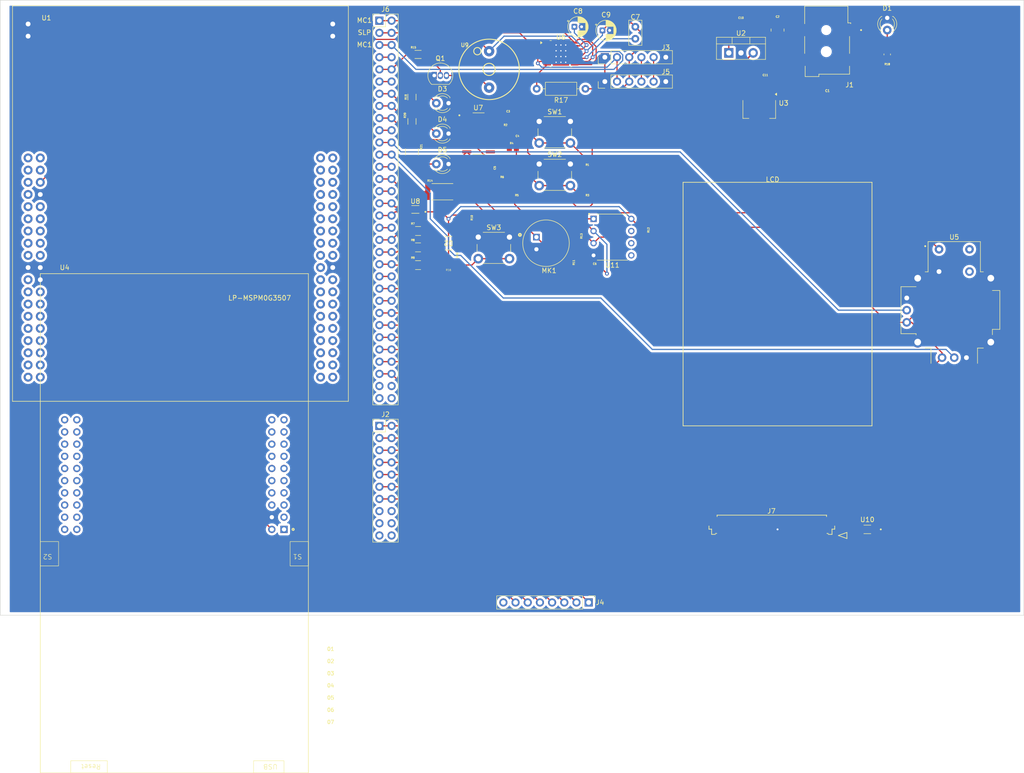
<source format=kicad_pcb>
(kicad_pcb (version 20241229) (generator "pcbnew") (generator_version "9.0")
  (title_block (title "Pedagogical PCB") (date "2025-09-22"))
  (layers (0 "F.Cu" signal) (2 "B.Cu" signal) (13 "F.Paste" user) (15 "B.Paste" user) (5 "F.SilkS" user "F.Silkscreen") (7 "B.SilkS" user "B.Silkscreen") (1 "F.Mask" user) (3 "B.Mask" user) (25 "Edge.Cuts" user))
  (net 0 "")
  (net 1 "MotorControl2")
  (net 2 "MotorControl1")
  (net 3 "Motor_Sleep")
  (net 4 "/Button1 Input")
  (net 5 "+5V")
  (net 6 "/Button2 Input")
  (net 7 "SDO")
  (net 8 "D{slash}CX")
  (net 9 "CSX")
  (net 10 "SDI")
  (net 11 "SCL")
  (net 12 "RESX")
  (net 13 "+12V")
  (net 14 "GNDREF")
  (net 15 "VDD")
  (net 16 "Net-(U11-VINA-)")
  (net 17 "MicOut")
  (net 18 "+3.3V")
  (net 19 "Net-(U11-VINA+)")
  (net 23 "Net-(U1A-~{RST}-PadCN6_3)")
  (net 24 "Net-(U1A-PB9-PadCN10_5)")
  (net 25 "Net-(U1A-PC5-PadCN10_37)")
  (net 27 "Net-(U1B-5V-PadCN6_5)")
  (net 29 "Net-(U1B-AGND-PadCN10_32)")
  (net 30 "Net-(U1A-PC7-PadCN10_19)")
  (net 31 "BuzzerGPIO")
  (net 32 "Net-(Q1-G)")
  (net 33 "Net-(U1A-PB3-PadCN10_31)")
  (net 36 "Net-(U1B-VDD-PadCN7_5)")
  (net 40 "Net-(U1A-PA8-PadCN10_23)")
  (net 48 "Net-(U1B-VIN-PadCN6_8)")
  (net 50 "Net-(U1A-PB5-PadCN10_29)")
  (net 53 "Net-(U1A-PA5-PadCN10_11)")
  (net 55 "Net-(U1A-PB4-PadCN10_27)")
  (net 56 "Net-(U1A-PA1-PadCN7_30)")
  (net 60 "Net-(U1B-5V_USB_CHG-PadCN10_8)")
  (net 61 "Net-(U1A-PB0-PadCN10_17)")
  (net 62 "Net-(U1A-PA9-PadCN10_21)")
  (net 63 "Net-(U1A-PA7-PadCN10_15)")
  (net 64 "Net-(U1A-PC4-PadCN10_35)")
  (net 67 "Net-(U1A-PA10-PadCN10_33)")
  (net 70 "Net-(U1A-PA0-PadCN7_28)")
  (net 75 "Net-(U1A-PB14-PadCN10_25)")
  (net 77 "Net-(U1A-PA4-PadCN7_32)")
  (net 79 "Net-(U1A-PA6-PadCN10_13)")
  (net 82 "Net-(U1A-PB8-PadCN10_3)")
  (net 88 "Net-(U1A-PB1-PadCN7_34)")
  (net 92 "/Tach_Out_2")
  (net 93 "/Motor_Drive_1")
  (net 94 "/Tach_Out_1")
  (net 95 "/_Motor_Fault")
  (net 96 "Net-(Q1-D)")
  (net 97 "Net-(U6-VCP)")
  (net 98 "Net-(U6-VINT)")
  (net 99 "Net-(U7-3A)")
  (net 100 "Net-(U7-2A)")
  (net 101 "Net-(U7-1A)")
  (net 102 "Net-(D1-A)")
  (net 104 "Net-(J2-Pin_10)")
  (net 105 "Net-(J2-Pin_7)")
  (net 106 "Net-(J2-Pin_5)")
  (net 107 "Net-(J2-Pin_13)")
  (net 108 "Net-(J2-Pin_3)")
  (net 111 "Net-(J2-Pin_1)")
  (net 113 "Net-(J2-Pin_11)")
  (net 117 "H")
  (net 118 "SW2")
  (net 119 "SW1")
  (net 120 "V")
  (net 121 "R")
  (net 122 "B")
  (net 130 "Net-(U10-OUT)")
  (net 136 "Net-(U5-SEL+)")
  (net 181 "ButtonNoDebounce")
  (net 182 "SDA")
  (net 183 "G")
  (net 184 "Net-(C6-Pad1)")
  (net 185 "Net-(D3-A)")
  (net 186 "Net-(D4-A)")
  (net 187 "Net-(D5-A)")
  (net 188 "Net-(J6-Pin_7)")
  (net 189 "Net-(J6-Pin_47)")
  (net 190 "Net-(J6-Pin_29)")
  (net 191 "JSB")
  (net 192 "Net-(J6-Pin_11)")
  (net 193 "Net-(J6-Pin_35)")
  (net 194 "Net-(J6-Pin_43)")
  (net 195 "Net-(J6-Pin_25)")
  (net 196 "Net-(J6-Pin_19)")
  (net 197 "SCLlight")
  (net 198 "Net-(D2-Pad6)")
  (net 199 "Net-(D2-Pad5)")
  (net 200 "Net-(D2-Pad4)")
  (footprint "GRM033R60J474KE90D.step:CAPC0603X33N" (layer "F.Cu") (at 118.5 40.64)
    (property "Reference" "C4")
    (property "Value" "0.47uF")
  )
  (footprint "GRM155R71C224KA12D022uf.step:CAPC1005X55N" (layer "F.Cu") (at 165.1 16.51 -90)
    (property "Reference" "C10")
    (property "Value" "0.22uf")
  )
  (footprint "Connector_PinHeader_2.54mm:PinHeader_2x32_P2.54mm_Vertical" (layer "F.Cu") (at 89.735 15.82)
    (property "Reference" "J6")
    (property "Value" "Conn_02x30_Odd_Even")
  )
  (footprint "WST-1205S.step:WST-1205S" (layer "F.Cu") (at 112.595 25.98 90)
    (property "Reference" "U9")
    (property "Value" "WST-1205S")
  )
  (footprint "CRGCQ0603F2K2.step:RESC1608X55N" (layer "F.Cu") (at 130.81 60.96 -90)
    (property "Reference" "R13")
    (property "Value" "2.2kR")
  )
  (footprint "LED_THT:LED_D3.0mm_FlatTop" (layer "F.Cu") (at 104.14 45.72 180)
    (property "Reference" "D5")
    (property "Value" "LED")
  )
  (footprint "ECE319K:ti_LP_MSPM0G3507" (layer "F.Cu") (at 46.99 119.38 180)
    (property "Reference" "U4")
    (property "Value" "LP-MSPM0G3507")
  )
  (footprint "RC0603FR_0710KL.step:RESC1607X60N" (layer "F.Cu") (at 115.57 49.53)
    (property "Reference" "R6")
    (property "Value" "10kR")
  )
  (footprint "RC0603FR_0710KL.step:RESC1607X60N" (layer "F.Cu") (at 104.14 66.04 90)
    (property "Reference" "R16")
    (property "Value" "10kR")
  )
  (footprint "MCP6002.step:DIP787W46P254L927H533Q8" (layer "F.Cu") (at 138.305 60.96)
    (property "Reference" "U11")
    (property "Value" "MCP6002-I_P")
  )
  (footprint "Capacitor_THT:CP_Radial_D4.0mm_P1.50mm" (layer "F.Cu") (at 130.375 17.09)
    (property "Reference" "C8")
    (property "Value" "2.2uF")
  )
  (footprint "footprints:LED_AAAF3529LSEEZGKQBKS_KNB" (layer "F.Cu") (at 104.14 62.23 180)
    (property "Reference" "D2")
    (property "Value" "AAAF3529LSEEZGKQBKS")
  )
  (footprint "LED_THT:LED_D3.0mm_FlatTop" (layer "F.Cu") (at 104.14 39.37 180)
    (property "Reference" "D4")
    (property "Value" "LED")
  )
  (footprint "Capacitor_THT:C_Disc_D5.0mm_W2.5mm_P2.50mm" (layer "F.Cu") (at 143.075 17.09 -90)
    (property "Reference" "C7")
    (property "Value" "0.01 uF")
  )
  (footprint "CL03A105KP3NSNC1uf.step:CAPC0603X35N" (layer "F.Cu") (at 170.18 27.94)
    (property "Reference" "C11")
    (property "Value" "1uf")
  )
  (footprint "RNCP1206FTD1K00.step:RESC3216X90N" (layer "F.Cu") (at 97.79 66.8)
    (property "Reference" "R9")
    (property "Value" "1kR")
  )
  (footprint "CRGCQ0603F2K2.step:RESC1608X55N" (layer "F.Cu") (at 131.3 66.04 90)
    (property "Reference" "R11")
    (property "Value" "2.2kR")
  )
  (footprint "CRGCQ0603F2K2.step:RESC1608X55N" (layer "F.Cu") (at 144.78 59.69 -90)
    (property "Reference" "R12")
    (property "Value" "2.2kR")
  )
  (footprint "CL03A105KP3NSNC1uf.step:CAPC0603X35N" (layer "F.Cu") (at 134.62 67.31)
    (property "Reference" "C6")
    (property "Value" "1 uF")
  )
  (footprint "CRGCQ1206F68R.step:RESC3115X65N" (layer "F.Cu") (at 96.52 31.75 90)
    (property "Reference" "R19")
    (property "Value" "68")
  )
  (footprint "RC0603FR_0710KL.step:RESC1607X60N" (layer "F.Cu") (at 116.28 38.68)
    (property "Reference" "R2")
    (property "Value" "10kR")
  )
  (footprint "RMCF0805JT510R510.step:RESC2012X65N" (layer "F.Cu") (at 195.58 22.86 90)
    (property "Reference" "R18")
    (property "Value" "510")
  )
  (footprint "Package_TO_SOT_THT:TO-92_Inline" (layer "F.Cu") (at 101.165 27.25)
    (property "Reference" "Q1")
    (property "Value" "2N4401")
  )
  (footprint "BH1750FVI-TR:XDCR_BH1750FVI-TR" (layer "F.Cu") (at 97.23 55.19 180)
    (property "Reference" "U8")
    (property "Value" "BH1750FVI-TR")
  )
  (footprint "Joystick:XDCR_COM-09032" (layer "F.Cu") (at 209.55 76.2)
    (property "Reference" "U5")
    (property "Value" "COM-09032")
  )
  (footprint "CRGCQ1206F68R.step:RESC3115X65N" (layer "F.Cu") (at 96.52 36.83 90)
    (property "Reference" "R20")
    (property "Value" "68")
  )
  (footprint "CorrectlLCDconnector:CON_512964594_MOL" (layer "F.Cu") (at 171.53 121.11 180)
    (property "Reference" "J7")
    (property "Value" "512964594")
  )
  (footprint "C01UF.step:CAPC1608X90" (layer "F.Cu") (at 182.88 29.21 180)
    (property "Reference" "C1")
    (property "Value" "0.1uf")
  )
  (footprint "GRM32EC81C476KE15L.step:CAPC3225X270N" (layer "F.Cu") (at 172.72 17.78 -90)
    (property "Reference" "C2")
    (property "Value" "47uf")
  )
  (footprint "Button_Switch_THT:SW_PUSH_6mm_H7.3mm" (layer "F.Cu") (at 123.04 45.72)
    (property "Reference" "SW2")
    (property "Value" "SW_Push")
  )
  (footprint "LED_THT:LED_D3.0mm_FlatTop" (layer "F.Cu") (at 195.58 15.24 -90)
    (property "Reference" "D1")
    (property "Value" "LED")
  )
  (footprint "RNCP1206FTD1K00.step:RESC3216X90N" (layer "F.Cu") (at 97.79 59.69)
    (property "Reference" "R7")
    (property "Value" "1kR")
  )
  (footprint "Button_Switch_THT:SW_PUSH_6mm_H7.3mm" (layer "F.Cu") (at 123.04 36.83)
    (property "Reference" "SW1")
    (property "Value" "SW_Push")
  )
  (footprint "Connector_PinHeader_2.54mm:PinHeader_1x06_P2.54mm_Vertical" (layer "F.Cu") (at 136.725 28.52 90)
    (property "Reference" "J5")
    (property "Value" "~")
  )
  (footprint "RNCP1206FTD1K00.step:RESC3216X90N" (layer "F.Cu") (at 97.79 63.1)
    (property "Reference" "R8")
    (property "Value" "1kR")
  )
  (footprint "GRM033R60J474KE90D.step:CAPC0603X33N" (layer "F.Cu") (at 113.03 46.001 -90)
    (property "Reference" "C5")
    (property "Value" "0.47uF")
  )
  (footprint "RC0603FR_0710KL.step:RESC1607X60N" (layer "F.Cu") (at 133.35 46.99)
    (property "Reference" "R1")
    (property "Value" "10kR")
  )
  (footprint "Package_SO:HTSSOP-16-1EP_4.4x5mm_P0.65mm_EP3.4x5mm_Mask2.46x2.31mm_ThermalVias" (layer "F.Cu") (at 127.565 22.7)
    (property "Reference" "U6")
    (property "Value" "DRV8833PWP")
  )
  (footprint "CRGCQ0603F2K2.step:RESC1608X55N" (layer "F.Cu") (at 107.95 57.15 -90)
    (property "Reference" "R10")
    (property "Value" "2.2kR")
  )
  (footprint "Package_TO_SOT_THT:TO-220-3_Vertical" (layer "F.Cu") (at 162.56 22.54)
    (property "Reference" "U2")
    (property "Value" "LM7805_TO220")
  )
  (footprint "SN74AHCT14QDRG4Q1.step:SOIC127P600X175-14N" (layer "F.Cu") (at 110.405 39.37)
    (property "Reference" "U7")
    (property "Value" "SN74AHC14N")
  )
  (footprint "RC0603FR_0710KL.step:RESC1607X60N" (layer "F.Cu") (at 118.645 53.34)
    (property "Reference" "R5")
    (property "Value" "10kR")
  )
  (footprint "LED_THT:LED_D3.0mm_FlatTop" (layer "F.Cu") (at 104.14 33.02 180)
    (property "Reference" "D3")
    (property "Value" "LED")
  )
  (footprint "Connector_PinHeader_2.54mm:PinHeader_2x10_P2.54mm_Vertical" (layer "F.Cu") (at 89.735 100.33)
    (property "Reference" "J2")
    (property "Value" "Conn_02x10_Odd_Even")
  )
  (footprint "Resistor_THT:R_Axial_DIN0207_L6.3mm_D2.5mm_P10.16mm_Horizontal" (layer "F.Cu") (at 132.68 30.025 180)
    (property "Reference" "R17")
    (property "Value" "10K")
  )
  (footprint "Button_Switch_THT:SW_PUSH_6mm_H7.3mm" (layer "F.Cu") (at 110.34 60.96)
    (property "Reference" "SW3")
    (property "Value" "SW_Push")
  )
  (footprint "Connector_PinHeader_2.54mm:PinHeader_1x06_P2.54mm_Vertical" (layer "F.Cu") (at 136.725 23.44 90)
    (property "Reference" "J3")
    (property "Value" "~")
  )
  (footprint "CRCW1210330RFKEAHP.step:RESC3225X70N" (layer "F.Cu") (at 96.52 43.18 -90)
    (property "Reference" "R21")
    (property "Value" "330")
  )
  (footprint "RC0603FR_0710KL.step:RESC1607X60N" (layer "F.Cu") (at 133.35 53.34)
    (property "Reference" "R3")
    (property "Value" "10kR")
  )
  (footprint "GRM033R60J474KE90D.step:CAPC0603X33N" (layer "F.Cu") (at 116.561 36.14 180)
    (property "Reference" "C3")
    (property "Value" "0.47uF")
  )
  (footprint "Capacitor_THT:CP_Radial_D4.0mm_P1.50mm" (layer "F.Cu") (at 136.222301 17.845)
    (property "Reference" "C9")
    (property "Value" "10UF")
  )
  (footprint "RC1206JR_07620RL.step:RESC3116X65N" (layer "F.Cu") (at 97.79 22.86)
    (property "Reference" "R15")
    (property "Value" "620")
  )
  (footprint "54-00164.step:TENSILITY_54-00164" (layer "F.Cu") (at 182.88 20.03 180)
    (property "Reference" "J1")
    (property "Value" "54-00164")
  )
  (footprint "CMA-4544PF-W.step:MIC_CMA-4544PF-W" (layer "F.Cu") (at 124.46 62.23 180)
    (property "Reference" "MK1")
    (property "Value" "CMA-4544PF-W" (hide yes))
  )
  (footprint "Package_TO_SOT_SMD:SOT-223-3_TabPin2" (layer "F.Cu") (at 168.91 34.29 -90)
    (property "Reference" "U3")
    (property "Value" "TLV1117-33")
  )
  (footprint "RC0603FR_0710KL.step:RESC1607X60N" (layer "F.Cu") (at 117.55 42.49)
    (property "Reference" "R4")
    (property "Value" "10kR")
  )
  (footprint "NUCLEO-G0B1RE.step:MODULE_NUCLEO-G0B1RE" (layer "F.Cu") (at 48.26 53.96)
    (property "Reference" "U1")
    (property "Value" "NUCLEO-G0B1RE")
  )
  (footprint "CRGP2512F68K.step:RESC6332X65N" (layer "F.Cu") (at 102.87 51.5)
    (property "Reference" "R14")
    (property "Value" "68k")
  )
  (footprint "AL5809-20.step:SODFL3717X100N" (layer "F.Cu") (at 191.435 121.92 180)
    (property "Reference" "U10")
    (property "Value" "AL5809-20QP1-7")
  )
  (footprint "Connector_PinHeader_2.54mm:PinHeader_1x08_P2.54mm_Vertical" (layer "F.Cu") (at 133.35 137.16 -90)
    (property "Reference" "J4")
    (property "Value" "Keypad")
  )
  (gr_line (start 153.035 100.33) (end 192.405 100.33) (stroke (width 0.15)) (layer "F.SilkS"))
  (gr_line (start 153.035 100.33) (end 153.035 49.53) (stroke (width 0.15)) (layer "F.SilkS"))
  (gr_line (start 153.035 49.53) (end 192.405 49.53) (stroke (width 0.15)) (layer "F.SilkS"))
  (gr_line (start 192.405 100.33) (end 192.405 49.53) (stroke (width 0.15)) (layer "F.SilkS"))
  (gr_rect (start 10.702912 11.556971) (end 224.062912 139.826971) (stroke (width 0.1)) (fill no) (layer "Edge.Cuts"))
  (gr_text "07" (at 78.74 162.56 0) (layer "F.SilkS") (effects (font (size 0.762 0.762) (thickness 0.1524) (bold yes)) (justify left bottom)))
  (gr_text "01" (at 78.74 147.32 0) (layer "F.SilkS") (effects (font (size 0.762 0.762) (thickness 0.1524) (bold yes)) (justify left bottom)))
  (gr_text "05" (at 78.74 157.48 0) (layer "F.SilkS") (effects (font (size 0.762 0.762) (thickness 0.1524) (bold yes)) (justify left bottom)))
  (gr_text "03" (at 78.74 152.4 0) (layer "F.SilkS") (effects (font (size 0.762 0.762) (thickness 0.1524) (bold yes)) (justify left bottom)))
  (gr_text "02" (at 78.74 149.86 0) (layer "F.SilkS") (effects (font (size 0.762 0.762) (thickness 0.1524) (bold yes)) (justify left bottom)))
  (gr_text "MC1" (at 86.614 20.828 0) (layer "F.SilkS") (effects (font (size 1 1))))
  (gr_text "SLP" (at 86.614 18.288 0) (layer "F.SilkS") (effects (font (size 1 1))))
  (gr_text "LCD" (at 170.18 49.53 0) (layer "F.SilkS") (effects (font (size 1 1)) (justify left bottom)))
  (gr_text "06" (at 78.74 160.02 0) (layer "F.SilkS") (effects (font (size 0.762 0.762) (thickness 0.1524) (bold yes)) (justify left bottom)))
  (gr_text "04" (at 78.74 154.94 0) (layer "F.SilkS") (effects (font (size 0.762 0.762) (thickness 0.1524) (bold yes)) (justify left bottom)))
  (gr_text "MC1" (at 86.614 15.748 0) (layer "F.SilkS") (effects (font (size 1 1))))
  (segment (start 130.4275 24.325) (end 133.3 24.325) (width 0.25) (layer "F.Cu") (net 1))
  (segment (start 133.21572 20.174) (end 132.371 20.174) (width 0.25) (layer "F.Cu") (net 1))
  (segment (start 89.735 20.9) (end 92.275 20.9) (width 0.25) (layer "F.Cu") (net 1))
  (segment (start 132.371 20.174) (end 131.47 21.075) (width 0.25) (layer "F.Cu") (net 1))
  (segment (start 131.47 21.075) (end 130.4275 21.075) (width 0.25) (layer "F.Cu") (net 1))
  (segment (start 134.185 23.44) (end 134.185 21.14328) (width 0.25) (layer "F.Cu") (net 1))
  (segment (start 133.3 24.325) (end 134.185 23.44) (width 0.25) (layer "F.Cu") (net 1))
  (segment (start 134.185 21.14328) (end 133.21572 20.174) (width 0.25) (layer "F.Cu") (net 1))
  (via (at 134.185 23.44) (size 0.8) (drill 0.4) (layers "F.Cu" "B.Cu") (net 1))
  (segment (start 138.595117 25.98) (end 97.355 25.98) (width 0.25) (layer "B.Cu") (net 1))
  (segment (start 134.185 23.44) (end 135.361 22.264) (width 0.25) (layer "B.Cu") (net 1))
  (segment (start 97.355 25.98) (end 92.275 20.9) (width 0.25) (layer "B.Cu") (net 1))
  (segment (start 140.441 22.952884) (end 140.441 24.134117) (width 0.25) (layer "B.Cu") (net 1))
  (segment (start 135.361 22.264) (end 139.752116 22.264) (width 0.25) (layer "B.Cu") (net 1))
  (segment (start 140.441 24.134117) (end 138.595117 25.98) (width 0.25) (layer "B.Cu") (net 1))
  (segment (start 139.752116 22.264) (end 140.441 22.952884) (width 0.25) (layer "B.Cu") (net 1))
  (segment (start 134.911 23.984) (end 134.911 21.23147) (width 0.25) (layer "F.Cu") (net 2))
  (segment (start 130.4275 20.425) (end 131.1295 19.723) (width 0.25) (layer "F.Cu") (net 2))
  (segment (start 134.911 21.23147) (end 133.40253 19.723) (width 0.25) (layer "F.Cu") (net 2))
  (segment (start 131.1295 19.723) (end 133.40253 19.723) (width 0.25) (layer "F.Cu") (net 2))
  (segment (start 125.8225 15.82) (end 130.4275 20.425) (width 0.25) (layer "F.Cu") (net 2))
  (segment (start 133.92 24.975) (end 130.4275 24.975) (width 0.25) (layer "F.Cu") (net 2))
  (segment (start 89.735 15.82) (end 125.8225 15.82) (width 0.25) (layer "F.Cu") (net 2))
  (segment (start 133.92 24.975) (end 134.911 23.984) (width 0.25) (layer "F.Cu") (net 2))
  (segment (start 121.01 20.425) (end 118.945 18.36) (width 0.25) (layer "F.Cu") (net 3))
  (segment (start 118.945 18.36) (end 89.735 18.36) (width 0.25) (layer "F.Cu") (net 3))
  (segment (start 124.7025 20.425) (end 121.01 20.425) (width 0.25) (layer "F.Cu") (net 3))
  (segment (start 120.39 38.68) (end 123.04 41.33) (width 0.25) (layer "F.Cu") (net 4))
  (segment (start 132.615 44.405) (end 129.54 41.33) (width 0.25) (layer "F.Cu") (net 4))
  (segment (start 129.54 41.33) (end 123.04 41.33) (width 0.25) (layer "F.Cu") (net 4))
  (segment (start 117.015 38.68) (end 120.39 38.68) (width 0.25) (layer "F.Cu") (net 4))
  (segment (start 132.615 46.99) (end 132.615 44.405) (width 0.25) (layer "F.Cu") (net 4))
  (segment (start 143.075 17.09) (end 145.615 19.63) (width 0.25) (layer "F.Cu") (net 5))
  (segment (start 60.96 115.57) (end 60.96 40.64) (width 0.25) (layer "F.Cu") (net 5))
  (segment (start 112.595 22.18) (end 110.139 19.724) (width 0.25) (layer "F.Cu") (net 5))
  (segment (start 166.05 24.13) (end 159.6 24.13) (width 0.25) (layer "F.Cu") (net 5))
  (segment (start 143.075 17.09) (end 142.275001 16.290001) (width 0.25) (layer "F.Cu") (net 5))
  (segment (start 166.61 31.14) (end 166.61 23.57) (width 0.25) (layer "F.Cu") (net 5))
  (segment (start 19.05 49.53) (end 27.94 40.64) (width 0.25) (layer "F.Cu") (net 5))
  (segment (start 110.139 19.724) (end 81.876 19.724) (width 0.25) (layer "F.Cu") (net 5))
  (segment (start 159.6 24.13) (end 155.1 19.63) (width 0.25) (layer "F.Cu") (net 5))
  (segment (start 132.68 30.025) (end 140.3 30.025) (width 0.25) (layer "F.Cu") (net 5))
  (segment (start 166.61 23.57) (end 167.64 22.54) (width 0.25) (layer "F.Cu") (net 5))
  (segment (start 145.615 19.63) (end 141.805 23.44) (width 0.25) (layer "F.Cu") (net 5))
  (segment (start 130.4275 23.025) (end 132.06 23.025) (width 0.25) (layer "F.Cu") (net 5))
  (segment (start 140.3 30.025) (end 141.805 28.52) (width 0.25) (layer "F.Cu") (net 5))
  (segment (start 155.1 19.63) (end 145.615 19.63) (width 0.25) (layer "F.Cu") (net 5))
  (segment (start 167.64 22.54) (end 166.05 24.13) (width 0.25) (layer "F.Cu") (net 5))
  (segment (start 137.7773 16.290001) (end 136.222301 17.845) (width 0.25) (layer "F.Cu") (net 5))
  (segment (start 141.805 23.44) (end 141.805 28.52) (width 0.25) (layer "F.Cu") (net 5))
  (segment (start 27.94 40.64) (end 60.96 40.64) (width 0.25) (layer "F.Cu") (net 5))
  (segment (start 67.31 121.92) (end 60.96 115.57) (width 0.25) (layer "F.Cu") (net 5))
  (segment (start 132.06 23.025) (end 132.915 22.17) (width 0.25) (layer "F.Cu") (net 5))
  (segment (start 142.275001 16.290001) (end 137.7773 16.290001) (width 0.25) (layer "F.Cu") (net 5))
  (segment (start 81.876 19.724) (end 60.96 40.64) (width 0.25) (layer "F.Cu") (net 5))
  (via (at 132.915 22.17) (size 0.8) (drill 0.4) (layers "F.Cu" "B.Cu") (net 5))
  (segment (start 132.915 22.17) (end 129.795 19.05) (width 0.25) (layer "B.Cu") (net 5))
  (segment (start 112.595 22.18) (end 115.725 19.05) (width 0.25) (layer "B.Cu") (net 5))
  (segment (start 136.222301 18.862699) (end 136.222301 17.845) (width 0.25) (layer "B.Cu") (net 5))
  (segment (start 132.915 22.17) (end 136.222301 18.862699) (width 0.25) (layer "B.Cu") (net 5))
  (segment (start 115.725 19.05) (end 129.795 19.05) (width 0.25) (layer "B.Cu") (net 5))
  (segment (start 118.285 42.49) (end 118.285 45.465) (width 0.25) (layer "F.Cu") (net 6))
  (segment (start 118.285 45.465) (end 123.04 50.22) (width 0.25) (layer "F.Cu") (net 6))
  (segment (start 129.54 50.22) (end 129.54 50.265) (width 0.25) (layer "F.Cu") (net 6))
  (segment (start 123.04 50.22) (end 129.54 50.22) (width 0.25) (layer "F.Cu") (net 6))
  (segment (start 129.54 50.265) (end 132.615 53.34) (width 0.25) (layer "F.Cu") (net 6))
  (segment (start 92.275 79.32) (end 125.362 79.32) (width 0.25) (layer "F.Cu") (net 7))
  (segment (start 89.735 79.32) (end 92.275 79.32) (width 0.25) (layer "F.Cu") (net 7))
  (segment (start 168.53 122.488) (end 168.53 123.19) (width 0.25) (layer "F.Cu") (net 7))
  (segment (start 125.362 79.32) (end 168.53 122.488) (width 0.25) (layer "F.Cu") (net 7))
  (segment (start 89.735 86.94) (end 92.275 86.94) (width 0.25) (layer "F.Cu") (net 8))
  (segment (start 130.982 86.94) (end 92.275 86.94) (width 0.25) (layer "F.Cu") (net 8))
  (segment (start 166.53 122.488) (end 130.982 86.94) (width 0.25) (layer "F.Cu") (net 8))
  (segment (start 166.53 123.19) (end 166.53 122.488) (width 0.25) (layer "F.Cu") (net 8))
  (segment (start 89.735 89.48) (end 92.275 89.48) (width 0.25) (layer "F.Cu") (net 9))
  (segment (start 161.51419 118.11) (end 120.905 118.11) (width 0.25) (layer "F.Cu") (net 9))
  (segment (start 166.03 122.62581) (end 161.51419 118.11) (width 0.25) (layer "F.Cu") (net 9))
  (segment (start 120.905 118.11) (end 92.275 89.48) (width 0.25) (layer "F.Cu") (net 9))
  (segment (start 166.03 123.19) (end 166.03 122.62581) (width 0.25) (layer "F.Cu") (net 9))
  (segment (start 89.735 81.86) (end 92.275 81.86) (width 0.25) (layer "F.Cu") (net 10))
  (segment (start 127.26419 81.86) (end 92.275 81.86) (width 0.25) (layer "F.Cu") (net 10))
  (segment (start 168.03 123.19) (end 168.03 122.62581) (width 0.25) (layer "F.Cu") (net 10))
  (segment (start 168.03 122.62581) (end 127.26419 81.86) (width 0.25) (layer "F.Cu") (net 10))
  (segment (start 129.07981 84.4) (end 167.03 122.35019) (width 0.25) (layer "F.Cu") (net 11))
  (segment (start 92.275 84.4) (end 129.07981 84.4) (width 0.25) (layer "F.Cu") (net 11))
  (segment (start 167.03 122.35019) (end 167.03 123.19) (width 0.25) (layer "F.Cu") (net 11))
  (segment (start 89.735 84.4) (end 92.275 84.4) (width 0.25) (layer "F.Cu") (net 11))
  (segment (start 134.322 76.78) (end 92.275 76.78) (width 0.25) (layer "F.Cu") (net 12))
  (segment (start 180.03 123.19) (end 180.03 122.488) (width 0.25) (layer "F.Cu") (net 12))
  (segment (start 180.03 122.488) (end 134.322 76.78) (width 0.25) (layer "F.Cu") (net 12))
  (segment (start 89.735 76.78) (end 92.275 76.78) (width 0.25) (layer "F.Cu") (net 12))
  (segment (start 219.71 47.94) (end 195.58 23.81) (width 0.25) (layer "F.Cu") (net 13))
  (segment (start 165.1 16.078) (end 164.742 16.078) (width 0.25) (layer "F.Cu") (net 13))
  (segment (start 193.04 121.92) (end 193.04 111.76) (width 0.25) (layer "F.Cu") (net 13))
  (segment (start 172.72 16.439) (end 172.359 16.078) (width 0.25) (layer "F.Cu") (net 13))
  (segment (start 182.88 15.24) (end 185.42 17.78) (width 0.25) (layer "F.Cu") (net 13))
  (segment (start 219.71 85.09) (end 219.71 47.94) (width 0.25) (layer "F.Cu") (net 13))
  (segment (start 195.41 23.98) (end 195.58 23.81) (width 0.25) (layer "F.Cu") (net 13))
  (segment (start 172.72 16.439) (end 174.061 16.439) (width 0.25) (layer "F.Cu") (net 13))
  (segment (start 188.38 23.98) (end 188.38 24.56) (width 0.25) (layer "F.Cu") (net 13))
  (segment (start 174.061 16.439) (end 175.26 15.24) (width 0.25) (layer "F.Cu") (net 13))
  (segment (start 185.42 17.78) (end 188.38 17.78) (width 0.25) (layer "F.Cu") (net 13))
  (segment (start 164.742 16.078) (end 162.56 18.26) (width 0.25) (layer "F.Cu") (net 13))
  (segment (start 162.56 18.26) (end 162.56 22.54) (width 0.25) (layer "F.Cu") (net 13))
  (segment (start 175.26 15.24) (end 182.88 15.24) (width 0.25) (layer "F.Cu") (net 13))
  (segment (start 188.38 24.56) (end 183.73 29.21) (width 0.25) (layer "F.Cu") (net 13))
  (segment (start 188.38 23.98) (end 195.41 23.98) (width 0.25) (layer "F.Cu") (net 13))
  (segment (start 193.04 111.76) (end 219.71 85.09) (width 0.25) (layer "F.Cu") (net 13))
  (segment (start 172.359 16.078) (end 165.1 16.078) (width 0.25) (layer "F.Cu") (net 13))
  (segment (start 188.38 17.78) (end 188.38 23.98) (width 0.25) (layer "F.Cu") (net 13))
  (segment (start 123.04 45.72) (end 120.65 43.33) (width 0.25) (layer "F.Cu") (net 14))
  (segment (start 167.279 19.121) (end 165.1 16.942) (width 0.25) (layer "F.Cu") (net 14))
  (segment (start 170.46 27.94) (end 170.46 30.39) (width 0.25) (layer "F.Cu") (net 14))
  (segment (start 165.1 21.3) (end 167.279 19.121) (width 0.25) (layer "F.Cu") (net 14))
  (segment (start 127.24 23.025) (end 127.565 22.7) (width 0.25) (layer "F.Cu") (net 14))
  (segment (start 163.506 122.464) (end 163.53 122.488) (width 0.25) (layer "F.Cu") (net 14))
  (segment (start 182.03 123.19) (end 182.03 123.892) (width 0.25) (layer "F.Cu") (net 14))
  (segment (start 105.41 45.72) (end 107.95 43.18) (width 0.25) (layer "F.Cu") (net 14))
  (segment (start 130.81 61.74) (end 130.81 64.77) (width 0.25) (layer "F.Cu") (net 14))
  (segment (start 174.42 23.98) (end 170.46 27.94) (width 0.25) (layer "F.Cu") (net 14))
  (segment (start 122.35 36.14) (end 123.04 36.83) (width 0.25) (layer "F.Cu") (net 14))
  (segment (start 162.53 123.19) (end 162.53 122.488) (width 0.25) (layer "F.Cu") (net 14))
  (segment (start 170.46 30.39) (end 171.21 31.14) (width 0.25) (layer "F.Cu") (net 14))
  (segment (start 105.6894 62.23) (end 105.6894 61.329999) (width 0.25) (layer "F.Cu") (net 14))
  (segment (start 177.38 23.98) (end 174.42 23.98) (width 0.25) (layer "F.Cu") (net 14))
  (segment (start 175.03 123.19) (end 175.53 123.19) (width 0.25) (layer "F.Cu") (net 14))
  (segment (start 165.417 125.279) (end 164.03 123.892) (width 0.25) (layer "F.Cu") (net 14))
  (segment (start 136.725 23.44) (end 136.725 28.52) (width 0.25) (layer "F.Cu") (net 14))
  (segment (start 177.38 23.98) (end 177.38 17.78) (width 0.25) (layer "F.Cu") (net 14))
  (segment (start 105.6894 63.130001) (end 105.6894 62.23) (width 0.25) (layer "F.Cu") (net 14))
  (segment (start 174.53 123.19) (end 175.03 123.19) (width 0.25) (layer "F.Cu") (net 14))
  (segment (start 164.03 123.892) (end 164.03 123.19) (width 0.25) (layer "F.Cu") (net 14))
  (segment (start 177.38 24.56) (end 177.38 23.98) (width 0.25) (layer "F.Cu") (net 14))
  (segment (start 130.4275 22.375) (end 127.89 22.375) (width 0.25) (layer "F.Cu") (net 14))
  (segment (start 110.34 60.96) (end 106.059399 60.96) (width 0.25) (layer "F.Cu") (net 14))
  (segment (start 174.061 17.78) (end 172.72 19.121) (width 0.25) (layer "F.Cu") (net 14))
  (segment (start 104.14 45.72) (end 105.41 45.72) (width 0.25) (layer "F.Cu") (net 14))
  (segment (start 176.53 123.19) (end 176.03 123.19) (width 0.25) (layer "F.Cu") (net 14))
  (segment (start 162.53 122.488) (end 162.554 122.464) (width 0.25) (layer "F.Cu") (net 14))
  (segment (start 162.554 122.464) (end 163.506 122.464) (width 0.25) (layer "F.Cu") (net 14))
  (segment (start 163.53 123.19) (end 164.03 123.19) (width 0.25) (layer "F.Cu") (net 14))
  (segment (start 111.052 46.282) (end 107.95 43.18) (width 0.25) (layer "F.Cu") (net 14))
  (segment (start 169.03 123.19) (end 174.03 123.19) (width 0.25) (layer "F.Cu") (net 14))
  (segment (start 177.38 17.78) (end 174.061 17.78) (width 0.25) (layer "F.Cu") (net 14))
  (segment (start 106.059399 60.96) (end 105.6894 61.329999) (width 0.25) (layer "F.Cu") (net 14))
  (segment (start 174.03 123.19) (end 174.53 123.19) (width 0.25) (layer "F.Cu") (net 14))
  (segment (start 116.842 36.14) (end 122.35 36.14) (width 0.25) (layer "F.Cu") (net 14))
  (segment (start 120.65 41.91) (end 119.38 40.64) (width 0.25) (layer "F.Cu") (net 14))
  (segment (start 173.03 122.23) (end 172.72 121.92) (width 0.25) (layer "F.Cu") (net 14))
  (segment (start 163.53 122.488) (end 163.53 123.19) (width 0.25) (layer "F.Cu") (net 14))
  (segment (start 182.03 29.21) (end 177.38 24.56) (width 0.25) (layer "F.Cu") (net 14))
  (segment (start 119.38 40.64) (end 118.781 40.64) (width 0.25) (layer "F.Cu") (net 14))
  (segment (start 173.03 123.19) (end 173.03 122.23) (width 0.25) (layer "F.Cu") (net 14))
  (segment (start 180.643 125.279) (end 165.417 125.279) (width 0.25) (layer "F.Cu") (net 14))
  (segment (start 177.03 123.19) (end 176.53 123.19) (width 0.25) (layer "F.Cu") (net 14))
  (segment (start 131.3 65.26) (end 133.88 65.26) (width 0.25) (layer "F.Cu") (net 14))
  (segment (start 130.81 64.77) (end 131.3 65.26) (width 0.25) (layer "F.Cu") (net 14))
  (segment (start 127.89 22.375) (end 127.565 22.7) (width 0.25) (layer "F.Cu") (net 14))
  (segment (start 113.03 46.282) (end 111.052 46.282) (width 0.25) (layer "F.Cu") (net 14))
  (segment (start 124.7025 23.025) (end 127.24 23.025) (width 0.25) (layer "F.Cu") (net 14))
  (segment (start 120.65 43.33) (end 120.65 41.91) (width 0.25) (layer "F.Cu") (net 14))
  (segment (start 124.7025 21.725) (end 124.7025 23.675) (width 0.25) (layer "F.Cu") (net 14))
  (segment (start 182.03 123.892) (end 180.643 125.279) (width 0.25) (layer "F.Cu") (net 14))
  (segment (start 177.53 123.19) (end 177.03 123.19) (width 0.25) (layer "F.Cu") (net 14))
  (segment (start 133.88 65.26) (end 134.37 64.77) (width 0.25) (layer "F.Cu") (net 14))
  (segment (start 175.53 123.19) (end 176.03 123.19) (width 0.25) (layer "F.Cu") (net 14))
  (segment (start 172.72 19.121) (end 167.279 19.121) (width 0.25) (layer "F.Cu") (net 14))
  (segment (start 165.1 22.54) (end 165.1 21.3) (width 0.25) (layer "F.Cu") (net 14))
  (via (at 172.72 121.92) (size 0.8) (drill 0.4) (layers "F.Cu" "B.Cu") (net 14))
  (segment (start 181.03 123.19) (end 181.53 123.19) (width 0.25) (layer "F.Cu") (net 15))
  (segment (start 168.098 124.46) (end 179.962 124.46) (width 0.25) (layer "F.Cu") (net 15))
  (segment (start 133.575 54.61) (end 134.085 54.1) (width 0.25) (layer "F.Cu") (net 15))
  (segment (start 165.598 124.46) (end 168.098 124.46) (width 0.25) (layer "F.Cu") (net 15))
  (segment (start 134.21 37.44) (end 134.085 37.565) (width 0.25) (layer "F.Cu") (net 15))
  (segment (start 207.01 85.09) (end 207.01 86.1) (width 0.25) (layer "F.Cu") (net 15))
  (segment (start 134.085 46.99) (end 134.085 37.565) (width 0.25) (layer "F.Cu") (net 15))
  (segment (start 97.98 55.69) (end 97.48 55.19) (width 0.25) (layer "F.Cu") (net 15))
  (segment (start 134.085 54.1) (end 134.085 53.34) (width 0.25) (layer "F.Cu") (net 15))
  (segment (start 208.28 62.23) (end 208.28 70.11) (width 0.25) (layer "F.Cu") (net 15))
  (segment (start 168.91 28.93) (end 169.9 27.94) (width 0.25) (layer "F.Cu") (net 15))
  (segment (start 165.03 123.19) (end 165.03 123.892) (width 0.25) (layer "F.Cu") (net 15))
  (segment (start 104.14 65.305) (end 104.14 57.15) (width 0.25) (layer "F.Cu") (net 15))
  (segment (start 181.53 111.58) (end 181.53 123.19) (width 0.25) (layer "F.Cu") (net 15))
  (segment (start 98.605 55.69) (end 97.98 55.69) (width 0.25) (layer "F.Cu") (net 15))
  (segment (start 104.14 57.15) (end 104.92 56.37) (width 0.25) (layer "F.Cu") (net 15))
  (segment (start 165.03 123.892) (end 165.598 124.46) (width 0.25) (layer "F.Cu") (net 15))
  (segment (start 167.53 123.19) (end 167.53 123.892) (width 0.25) (layer "F.Cu") (net 15))
  (segment (start 199.65 78.74) (end 200.66 78.74) (width 0.25) (layer "F.Cu") (net 15))
  (segment (start 208.28 70.11) (end 199.65 78.74) (width 0.25) (layer "F.Cu") (net 15))
  (segment (start 144.78 58.91) (end 144 58.91) (width 0.25) (layer "F.Cu") (net 15))
  (segment (start 168.91 37.44) (end 134.21 37.44) (width 0.25) (layer "F.Cu") (net 15))
  (segment (start 134.085 37.565) (end 130.81 34.29) (width 0.25) (layer "F.Cu") (net 15))
  (segment (start 175.75 58.91) (end 144.78 58.91) (width 0.25) (layer "F.Cu") (net 15))
  (segment (start 180.53 123.892) (end 180.53 123.19) (width 0.25) (layer "F.Cu") (net 15))
  (segment (start 130.81 34.29) (end 114.13 34.29) (width 0.25) (layer "F.Cu") (net 15))
  (segment (start 144 58.91) (end 142.24 57.15) (width 0.25) (layer "F.Cu") (net 15))
  (segment (start 130.81 54.61) (end 133.575 54.61) (width 0.25) (layer "F.Cu") (net 15))
  (segment (start 199.65 78.74) (end 195.58 78.74) (width 0.25) (layer "F.Cu") (net 15))
  (segment (start 180.53 123.19) (end 181.03 123.19) (width 0.25) (layer "F.Cu") (net 15))
  (segment (start 183.49 37.44) (end 208.28 62.23) (width 0.25) (layer "F.Cu") (net 15))
  (segment (start 104.14 57.15) (end 102.68 55.69) (width 0.25) (layer "F.Cu") (net 15))
  (segment (start 179.962 124.46) (end 180.53 123.892) (width 0.25) (layer "F.Cu") (net 15))
  (segment (start 168.91 31.14) (end 168.91 28.93) (width 0.25) (layer "F.Cu") (net 15))
  (segment (start 168.91 31.14) (end 168.91 37.44) (width 0.25) (layer "F.Cu") (net 15))
  (segment (start 102.68 55.69) (end 98.605 55.69) (width 0.25) (layer "F.Cu") (net 15))
  (segment (start 129.54 53.34) (end 130.81 54.61) (width 0.25) (layer "F.Cu") (net 15))
  (segment (start 167.53 123.892) (end 168.098 124.46) (width 0.25) (layer "F.Cu") (net 15))
  (segment (start 97.48 55.19) (end 95.855 55.19) (width 0.25) (layer "F.Cu") (net 15))
  (segment (start 200.66 78.74) (end 207.01 85.09) (width 0.25) (layer "F.Cu") (net 15))
  (segment (start 168.91 37.44) (end 183.49 37.44) (width 0.25) (layer "F.Cu") (net 15))
  (segment (start 207.01 86.1) (end 181.53 111.58) (width 0.25) (layer "F.Cu") (net 15))
  (segment (start 134.085 53.34) (end 134.085 46.99) (width 0.25) (layer "F.Cu") (net 15))
  (segment (start 114.13 34.29) (end 112.86 35.56) (width 0.25) (layer "F.Cu") (net 15))
  (segment (start 119.38 53.34) (end 129.54 53.34) (width 0.25) (layer "F.Cu") (net 15))
  (segment (start 195.58 78.74) (end 175.75 58.91) (width 0.25) (layer "F.Cu") (net 15))
  (segment (start 104.92 56.37) (end 107.95 56.37) (width 0.25) (layer "F.Cu") (net 15))
  (segment (start 164.53 123.19) (end 165.03 123.19) (width 0.25) (layer "F.Cu") (net 15))
  (via (at 104.14 57.15) (size 0.8) (drill 0.4) (layers "F.Cu" "B.Cu") (net 15))
  (segment (start 142.24 57.15) (end 139.7 54.61) (width 0.25) (layer "B.Cu") (net 15))
  (segment (start 106.68 54.61) (end 104.14 57.15) (width 0.25) (layer "B.Cu") (net 15))
  (segment (start 139.7 54.61) (end 106.68 54.61) (width 0.25) (layer "B.Cu") (net 15))
  (segment (start 133.1 58.42) (end 114.3 58.42) (width 0.25) (layer "F.Cu") (net 16))
  (segment (start 137.16 68.58) (end 135.89 67.31) (width 0.25) (layer "F.Cu") (net 16))
  (segment (start 105.925 51.5) (end 107.38 51.5) (width 0.25) (layer "F.Cu") (net 16))
  (segment (start 107.38 51.5) (end 114.3 58.42) (width 0.25) (layer "F.Cu") (net 16))
  (segment (start 135.89 67.31) (end 134.9 67.31) (width 0.25) (layer "F.Cu") (net 16))
  (segment (start 134.37 59.69) (end 133.1 58.42) (width 0.25) (layer "F.Cu") (net 16))
  (via (at 137.16 68.58) (size 0.8) (drill 0.4) (layers "F.Cu" "B.Cu") (net 16))
  (segment (start 134.37 59.69) (end 137.16 62.48) (width 0.25) (layer "B.Cu") (net 16))
  (segment (start 137.16 62.48) (end 137.16 68.58) (width 0.25) (layer "B.Cu") (net 16))
  (segment (start 134.37 57.15) (end 115.57 57.15) (width 0.25) (layer "F.Cu") (net 17))
  (segment (start 115.57 57.15) (end 106.68 48.26) (width 0.25) (layer "F.Cu") (net 17))
  (segment (start 89.735 48.84) (end 92.275 48.84) (width 0.25) (layer "F.Cu") (net 17))
  (segment (start 106.68 48.26) (end 103.055 48.26) (width 0.25) (layer "F.Cu") (net 17))
  (segment (start 94.935 51.5) (end 92.275 48.84) (width 0.25) (layer "F.Cu") (net 17))
  (segment (start 103.055 48.26) (end 99.815 51.5) (width 0.25) (layer "F.Cu") (net 17))
  (segment (start 99.815 51.5) (end 94.935 51.5) (width 0.25) (layer "F.Cu") (net 17))
  (segment (start 144.29 60.96) (end 135.64 60.96) (width 0.25) (layer "F.Cu") (net 19))
  (segment (start 135.64 60.96) (end 134.37 62.23) (width 0.25) (layer "F.Cu") (net 19))
  (segment (start 132.32 60.18) (end 134.37 62.23) (width 0.25) (layer "F.Cu") (net 19))
  (segment (start 144.78 60.47) (end 144.29 60.96) (width 0.25) (layer "F.Cu") (net 19))
  (segment (start 130.81 60.18) (end 132.32 60.18) (width 0.25) (layer "F.Cu") (net 19))
  (segment (start 95.395 22.86) (end 92.275 25.98) (width 0.25) (layer "F.Cu") (net 31))
  (segment (start 96.31 22.86) (end 95.395 22.86) (width 0.25) (layer "F.Cu") (net 31))
  (segment (start 89.735 25.98) (end 92.275 25.98) (width 0.25) (layer "F.Cu") (net 31))
  (segment (start 102.435 27.25) (end 102.435 26.025) (width 0.25) (layer "F.Cu") (net 32))
  (segment (start 102.435 26.025) (end 99.27 22.86) (width 0.25) (layer "F.Cu") (net 32))
  (segment (start 146.885 23.44) (end 146.885 28.52) (width 0.25) (layer "F.Cu") (net 92))
  (segment (start 123.14 24.325) (end 124.7025 24.325) (width 0.25) (layer "F.Cu") (net 93))
  (segment (start 123.915001 21.075) (end 124.7025 21.075) (width 0.25) (layer "F.Cu") (net 93))
  (segment (start 122.755 24.71) (end 122.755 22.235001) (width 0.25) (layer "F.Cu") (net 93))
  (segment (start 139.265 23.44) (end 139.265 28.52) (width 0.25) (layer "F.Cu") (net 93))
  (segment (start 122.755 22.235001) (end 123.915001 21.075) (width 0.25) (layer "F.Cu") (net 93))
  (segment (start 122.755 24.71) (end 123.14 24.325) (width 0.25) (layer "F.Cu") (net 93))
  (via (at 122.755 24.71) (size 0.8) (drill 0.4) (layers "F.Cu" "B.Cu") (net 93))
  (segment (start 139.265 23.44) (end 137.176 25.529) (width 0.25) (layer "B.Cu") (net 93))
  (segment (start 123.482088 25.437088) (end 122.755 24.71) (width 0.25) (layer "B.Cu") (net 93))
  (segment (start 123.482088 25.529) (end 123.482088 25.437088) (width 0.25) (layer "B.Cu") (net 93))
  (segment (start 137.176 25.529) (end 123.482088 25.529) (width 0.25) (layer "B.Cu") (net 93))
  (segment (start 144.345 28.52) (end 144.345 23.44) (width 0.25) (layer "F.Cu") (net 94))
  (segment (start 122.52 27.1575) (end 124.7025 24.975) (width 0.25) (layer "F.Cu") (net 95))
  (segment (start 122.52 30.025) (end 122.52 27.1575) (width 0.25) (layer "F.Cu") (net 95))
  (segment (start 103.705 27.25) (end 110.065 27.25) (width 0.25) (layer "F.Cu") (net 96))
  (segment (start 110.065 27.25) (end 112.595 29.78) (width 0.25) (layer "F.Cu") (net 96))
  (segment (start 132.68 23.675) (end 132.915 23.44) (width 0.25) (layer "F.Cu") (net 97))
  (segment (start 130.4275 23.675) (end 132.68 23.675) (width 0.25) (layer "F.Cu") (net 97))
  (via (at 132.915 23.44) (size 0.8) (drill 0.4) (layers "F.Cu" "B.Cu") (net 97))
  (segment (start 136.765 19.59) (end 143.075 19.59) (width 0.25) (layer "B.Cu") (net 97))
  (segment (start 132.915 23.44) (end 136.765 19.59) (width 0.25) (layer "B.Cu") (net 97))
  (segment (start 132.09 21.725) (end 132.915 20.9) (width 0.25) (layer "F.Cu") (net 98))
  (segment (start 130.4275 21.725) (end 132.09 21.725) (width 0.25) (layer "F.Cu") (net 98))
  (via (at 132.915 20.9) (size 0.8) (drill 0.4) (layers "F.Cu" "B.Cu") (net 98))
  (segment (start 130.375 18.36) (end 132.915 20.9) (width 0.25) (layer "B.Cu") (net 98))
  (segment (start 130.375 17.09) (end 130.375 18.36) (width 0.25) (layer "B.Cu") (net 98))
  (segment (start 114.835 47.045) (end 114.835 49.53) (width 0.25) (layer "F.Cu") (net 99))
  (segment (start 108.39 40.64) (end 107.95 40.64) (width 0.25) (layer "F.Cu") (net 99))
  (segment (start 113.51 45.72) (end 114.835 47.045) (width 0.25) (layer "F.Cu") (net 99))
  (segment (start 113.03 45.72) (end 113.51 45.72) (width 0.25) (layer "F.Cu") (net 99))
  (segment (start 113.03 45.28) (end 108.39 40.64) (width 0.25) (layer "F.Cu") (net 99))
  (segment (start 113.03 45.72) (end 113.03 45.28) (width 0.25) (layer "F.Cu") (net 99))
  (segment (start 115.591 41.266) (end 116.815 42.49) (width 0.25) (layer "F.Cu") (net 100))
  (segment (start 116.815 42.49) (end 116.815 42.044) (width 0.25) (layer "F.Cu") (net 100))
  (segment (start 116.815 42.044) (end 118.219 40.64) (width 0.25) (layer "F.Cu") (net 100))
  (segment (start 111.816822 41.266) (end 115.591 41.266) (width 0.25) (layer "F.Cu") (net 100))
  (segment (start 108.650822 38.1) (end 111.816822 41.266) (width 0.25) (layer "F.Cu") (net 100))
  (segment (start 107.95 38.1) (end 108.650822 38.1) (width 0.25) (layer "F.Cu") (net 100))
  (segment (start 115.545 36.875) (end 114.874 36.204) (width 0.25) (layer "F.Cu") (net 101))
  (segment (start 115.545 36.875) (end 116.28 36.14) (width 0.25) (layer "F.Cu") (net 101))
  (segment (start 108.594 36.204) (end 107.95 35.56) (width 0.25) (layer "F.Cu") (net 101))
  (segment (start 114.874 36.204) (end 108.594 36.204) (width 0.25) (layer "F.Cu") (net 101))
  (segment (start 115.545 38.68) (end 115.545 36.875) (width 0.25) (layer "F.Cu") (net 101))
  (segment (start 195.58 21.91) (end 195.58 17.78) (width 0.25) (layer "F.Cu") (net 102))
  (segment (start 92.275 110.49) (end 96.52 110.49) (width 0.25) (layer "F.Cu") (net 104))
  (segment (start 89.735 110.49) (end 92.275 110.49) (width 0.25) (layer "F.Cu") (net 104))
  (segment (start 96.52 110.49) (end 123.19 137.16) (width 0.25) (layer "F.Cu") (net 104))
  (segment (start 96.52 107.95) (end 92.275 107.95) (width 0.25) (layer "F.Cu") (net 105))
  (segment (start 89.735 107.95) (end 92.275 107.95) (width 0.25) (layer "F.Cu") (net 105))
  (segment (start 125.73 137.16) (end 96.52 107.95) (width 0.25) (layer "F.Cu") (net 105))
  (segment (start 92.275 105.41) (end 96.52 105.41) (width 0.25) (layer "F.Cu") (net 106))
  (segment (start 96.52 105.41) (end 128.27 137.16) (width 0.25) (layer "F.Cu") (net 106))
  (segment (start 89.735 105.41) (end 92.275 105.41) (width 0.25) (layer "F.Cu") (net 106))
  (segment (start 89.735 115.57) (end 92.275 115.57) (width 0.25) (layer "F.Cu") (net 107))
  (segment (start 96.52 115.57) (end 118.11 137.16) (width 0.25) (layer "F.Cu") (net 107))
  (segment (start 92.275 115.57) (end 96.52 115.57) (width 0.25) (layer "F.Cu") (net 107))
  (segment (start 96.52 102.87) (end 130.81 137.16) (width 0.25) (layer "F.Cu") (net 108))
  (segment (start 92.275 102.87) (end 96.52 102.87) (width 0.25) (layer "F.Cu") (net 108))
  (segment (start 89.735 102.87) (end 92.275 102.87) (width 0.25) (layer "F.Cu") (net 108))
  (segment (start 89.735 100.33) (end 92.275 100.33) (width 0.25) (layer "F.Cu") (net 111))
  (segment (start 133.35 137.16) (end 96.52 100.33) (width 0.25) (layer "F.Cu") (net 111))
  (segment (start 96.52 100.33) (end 92.275 100.33) (width 0.25) (layer "F.Cu") (net 111))
  (segment (start 96.52 113.03) (end 92.275 113.03) (width 0.25) (layer "F.Cu") (net 113))
  (segment (start 89.735 113.03) (end 92.275 113.03) (width 0.25) (layer "F.Cu") (net 113))
  (segment (start 120.65 137.16) (end 96.52 113.03) (width 0.25) (layer "F.Cu") (net 113))
  (segment (start 89.735 43.76) (end 92.275 43.76) (width 0.25) (layer "F.Cu") (net 117))
  (segment (start 207.83173 84.38173) (end 146.61173 84.38173) (width 0.25) (layer "B.Cu") (net 117))
  (segment (start 100.33 57.15) (end 100.33 51.815) (width 0.25) (layer "B.Cu") (net 117))
  (segment (start 209.55 86.1) (end 207.83173 84.38173) (width 0.25) (layer "B.Cu") (net 117))
  (segment (start 104.14 63.5) (end 104.14 60.96) (width 0.25) (layer "B.Cu") (net 117))
  (segment (start 100.33 51.815) (end 92.275 43.76) (width 0.25) (layer "B.Cu") (net 117))
  (segment (start 146.61173 84.38173) (end 135.89 73.66) (width 0.25) (layer "B.Cu") (net 117))
  (segment (start 104.14 60.96) (end 100.33 57.15) (width 0.25) (layer "B.Cu") (net 117))
  (segment (start 106.68 64.77) (end 105.41 64.77) (width 0.25) (layer "B.Cu") (net 117))
  (segment (start 115.57 73.66) (end 106.68 64.77) (width 0.25) (layer "B.Cu") (net 117))
  (segment (start 135.89 73.66) (end 115.57 73.66) (width 0.25) (layer "B.Cu") (net 117))
  (segment (start 105.41 64.77) (end 104.14 63.5) (width 0.25) (layer "B.Cu") (net 117))
  (segment (start 89.735 33.6) (end 92.275 33.6) (width 0.25) (layer "F.Cu") (net 118))
  (segment (start 105.41 40.64) (end 100.33 40.64) (width 0.25) (layer "F.Cu") (net 118))
  (segment (start 106.68 39.37) (end 105.41 40.64) (width 0.25) (layer "F.Cu") (net 118))
  (segment (start 96.52 38.29) (end 96.52 37.845) (width 0.25) (layer "F.Cu") (net 118))
  (segment (start 107.95 39.37) (end 106.68 39.37) (width 0.25) (layer "F.Cu") (net 118))
  (segment (start 96.52 37.845) (end 92.275 33.6) (width 0.25) (layer "F.Cu") (net 118))
  (segment (start 100.33 40.64) (end 97.98 38.29) (width 0.25) (layer "F.Cu") (net 118))
  (segment (start 97.98 38.29) (end 96.52 38.29) (width 0.25) (layer "F.Cu") (net 118))
  (segment (start 96.52 33.21) (end 94.425 33.21) (width 0.25) (layer "F.Cu") (net 119))
  (segment (start 94.425 33.21) (end 92.275 31.06) (width 0.25) (layer "F.Cu") (net 119))
  (segment (start 96.52 33.21) (end 100.14 36.83) (width 0.25) (layer "F.Cu") (net 119))
  (segment (start 89.735 31.06) (end 92.275 31.06) (width 0.25) (layer "F.Cu") (net 119))
  (segment (start 100.14 36.83) (end 107.95 36.83) (width 0.25) (layer "F.Cu") (net 119))
  (segment (start 89.735 41.22) (end 92.275 41.22) (width 0.25) (layer "F.Cu") (net 120))
  (segment (start 152.4 43.18) (end 94.235 43.18) (width 0.25) (layer "B.Cu") (net 120))
  (segment (start 185.42 76.2) (end 152.4 43.18) (width 0.25) (layer "B.Cu") (net 120))
  (segment (start 199.65 76.2) (end 185.42 76.2) (width 0.25) (layer "B.Cu") (net 120))
  (segment (start 94.235 43.18) (end 92.275 41.22) (width 0.25) (layer "B.Cu") (net 120))
  (segment (start 96.314 66.8) (end 92.455 66.8) (width 0.25) (layer "F.Cu") (net 121))
  (segment (start 92.455 66.8) (end 92.275 66.62) (width 0.25) (layer "F.Cu") (net 121))
  (segment (start 92.275 66.62) (end 89.735 66.62) (width 0.25) (layer "F.Cu") (net 121))
  (segment (start 92.275 61.54) (end 94.125 59.69) (width 0.25) (layer "F.Cu") (net 122))
  (segment (start 94.125 59.69) (end 96.314 59.69) (width 0.25) (layer "F.Cu") (net 122))
  (segment (start 92.275 61.54) (end 89.735 61.54) (width 0.25) (layer "F.Cu") (net 122))
  (segment (start 164.868 125.73) (end 163.03 123.892) (width 0.25) (layer "F.Cu") (net 130))
  (segment (start 163.03 123.892) (end 163.03 123.19) (width 0.25) (layer "F.Cu") (net 130))
  (segment (start 189.83 121.92) (end 186.02 125.73) (width 0.25) (layer "F.Cu") (net 130))
  (segment (start 186.02 125.73) (end 164.868 125.73) (width 0.25) (layer "F.Cu") (net 130))
  (segment (start 116.305 51.735) (end 117.91 53.34) (width 0.25) (layer "F.Cu") (net 136))
  (segment (start 198.755 55.88) (end 119.69 55.88) (width 0.25) (layer "F.Cu") (net 136))
  (segment (start 116.305 49.53) (end 116.305 51.735) (width 0.25) (layer "F.Cu") (net 136))
  (segment (start 206.375 63.5) (end 198.755 55.88) (width 0.25) (layer "F.Cu") (net 136))
  (segment (start 119.69 55.88) (end 117.91 54.1) (width 0.25) (layer "F.Cu") (net 136))
  (segment (start 117.91 54.1) (end 117.91 53.34) (width 0.25) (layer "F.Cu") (net 136))
  (segment (start 92.275 71.7) (end 89.735 71.7) (width 0.25) (layer "F.Cu") (net 181))
  (segment (start 110.34 65.46) (end 109.025 66.775) (width 0.25) (layer "F.Cu") (net 181))
  (segment (start 104.14 66.775) (end 99.215 71.7) (width 0.25) (layer "F.Cu") (net 181))
  (segment (start 110.34 65.46) (end 116.84 65.46) (width 0.25) (layer "F.Cu") (net 181))
  (segment (start 99.215 71.7) (end 92.275 71.7) (width 0.25) (layer "F.Cu") (net 181))
  (segment (start 109.025 66.775) (end 104.14 66.775) (width 0.25) (layer "F.Cu") (net 181))
  (segment (start 89.735 53.92) (end 92.275 53.92) (width 0.25) (layer "F.Cu") (net 182))
  (segment (start 95.855 54.69) (end 93.045 54.69) (width 0.25) (layer "F.Cu") (net 182))
  (segment (start 93.045 54.69) (end 92.275 53.92) (width 0.25) (layer "F.Cu") (net 182))
  (segment (start 92.275 64.08) (end 93.4 64.08) (width 0.25) (layer "F.Cu") (net 183))
  (segment (start 93.4 64.08) (end 94.38 63.1) (width 0.25) (layer "F.Cu") (net 183))
  (segment (start 92.275 64.08) (end 89.735 64.08) (width 0.25) (layer "F.Cu") (net 183))
  (segment (start 94.38 63.1) (end 96.314 63.1) (width 0.25) (layer "F.Cu") (net 183))
  (segment (start 109.654 59.634) (end 107.95 57.93) (width 0.25) (layer "F.Cu") (net 184))
  (segment (start 128.32 66.82) (end 122.46 60.96) (width 0.25) (layer "F.Cu") (net 184))
  (segment (start 131.79 67.31) (end 131.3 66.82) (width 0.25) (layer "F.Cu") (net 184))
  (segment (start 121.134 59.634) (end 109.654 59.634) (width 0.25) (layer "F.Cu") (net 184))
  (segment (start 122.46 60.96) (end 121.134 59.634) (width 0.25) (layer "F.Cu") (net 184))
  (segment (start 134.34 67.31) (end 131.79 67.31) (width 0.25) (layer "F.Cu") (net 184))
  (segment (start 131.3 66.82) (end 128.32 66.82) (width 0.25) (layer "F.Cu") (net 184))
  (segment (start 98.87 30.29) (end 101.6 33.02) (width 0.25) (layer "F.Cu") (net 185))
  (segment (start 96.52 30.29) (end 98.87 30.29) (width 0.25) (layer "F.Cu") (net 185))
  (segment (start 97.6 35.37) (end 96.52 35.37) (width 0.25) (layer "F.Cu") (net 186))
  (segment (start 101.6 39.37) (end 97.6 35.37) (width 0.25) (layer "F.Cu") (net 186))
  (segment (start 97.545 45.72) (end 96.52 44.695) (width 0.25) (layer "F.Cu") (net 187))
  (segment (start 101.6 45.72) (end 97.545 45.72) (width 0.25) (layer "F.Cu") (net 187))
  (segment (start 89.735 23.44) (end 92.275 23.44) (width 0.25) (layer "F.Cu") (net 188))
  (segment (start 89.735 74.24) (end 92.275 74.24) (width 0.25) (layer "F.Cu") (net 189))
  (segment (start 89.735 51.38) (end 92.275 51.38) (width 0.25) (layer "F.Cu") (net 190))
  (segment (start 96.765 41.91) (end 96.52 41.665) (width 0.25) (layer "F.Cu") (net 191))
  (segment (start 89.735 36.14) (end 92.275 36.14) (width 0.25) (layer "F.Cu") (net 191))
  (segment (start 96.52 40.385) (end 92.275 36.14) (width 0.25) (layer "F.Cu") (net 191))
  (segment (start 96.52 41.665) (end 96.52 40.385) (width 0.25) (layer "F.Cu") (net 191))
  (segment (start 107.95 41.91) (end 96.765 41.91) (width 0.25) (layer "F.Cu") (net 191))
  (segment (start 89.735 28.52) (end 92.275 28.52) (width 0.25) (layer "F.Cu") (net 192))
  (segment (start 89.735 59) (end 92.275 59) (width 0.25) (layer "F.Cu") (net 193))
  (segment (start 89.735 69.16) (end 92.275 69.16) (width 0.25) (layer "F.Cu") (net 194))
  (segment (start 89.735 46.3) (end 92.275 46.3) (width 0.25) (layer "F.Cu") (net 195))
  (segment (start 89.735 38.68) (end 92.275 38.68) (width 0.25) (layer "F.Cu") (net 196))
  (segment (start 95.855 55.69) (end 93.045 55.69) (width 0.25) (layer "F.Cu") (net 197))
  (segment (start 89.735 56.46) (end 92.275 56.46) (width 0.25) (layer "F.Cu") (net 197))
  (segment (start 93.045 55.69) (end 92.275 56.46) (width 0.25) (layer "F.Cu") (net 197))
  (segment (start 102.5906 63.4754) (end 99.266 66.8) (width 0.25) (layer "F.Cu") (net 198))
  (segment (start 102.5906 63.130001) (end 102.5906 63.4754) (width 0.25) (layer "F.Cu") (net 198))
  (segment (start 100.136 62.23) (end 99.266 63.1) (width 0.25) (layer "F.Cu") (net 199))
  (segment (start 102.5906 62.23) (end 100.136 62.23) (width 0.25) (layer "F.Cu") (net 199))
  (segment (start 102.5906 61.329999) (end 100.905999 61.329999) (width 0.25) (layer "F.Cu") (net 200))
  (segment (start 100.905999 61.329999) (end 99.266 59.69) (width 0.25) (layer "F.Cu") (net 200))
  (zone (net 14) (net_name "GNDREF") (layer "B.Cu") (name "GND") (connect_pads yes (clearance 0.5)) (min_thickness 0.25) (fill yes (thermal_gap 0.5) (thermal_bridge_width 0.5))
    (polygon (pts (xy 12.634922 12.7) (xy 223.307088 12.7) (xy 223.307088 139.192116) (xy 12.683257 139.192116)))
  )
)
</source>
